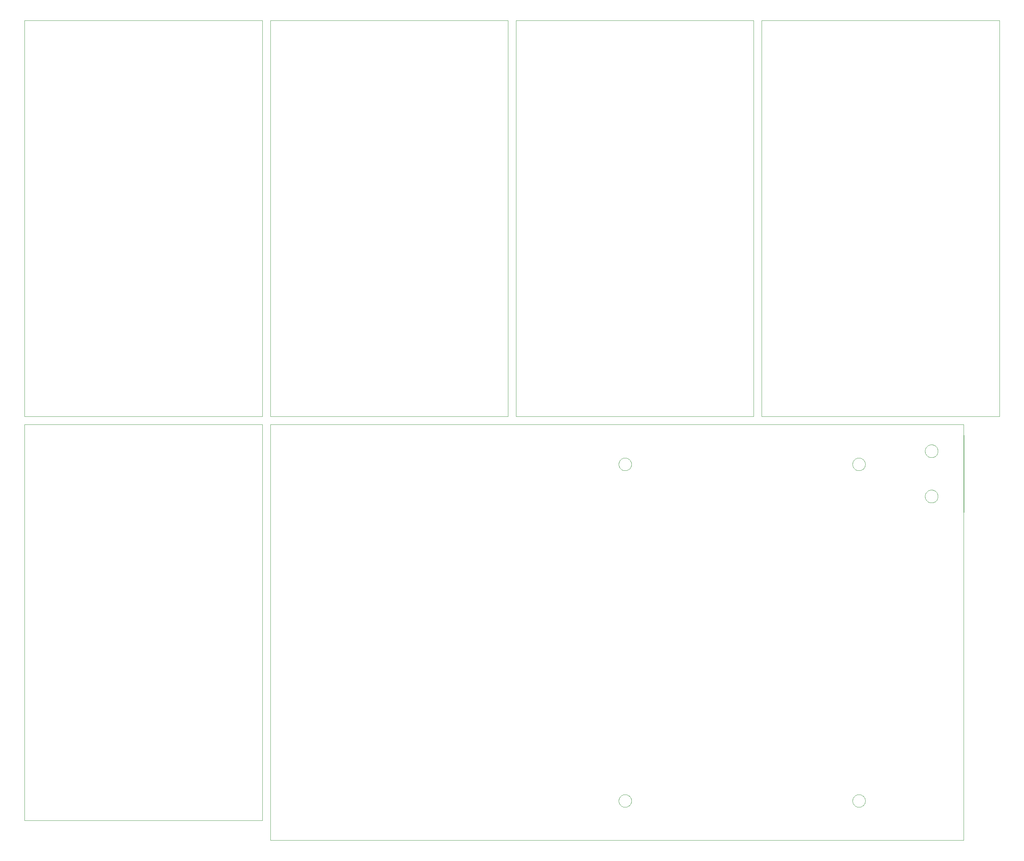
<source format=gko>
G75*
G70*
%OFA0B0*%
%FSLAX24Y24*%
%IPPOS*%
%LPD*%
%AMOC8*
5,1,8,0,0,1.08239X$1,22.5*
%
%ADD10C,0.0039*%
%ADD11C,0.0000*%
%ADD12C,0.0004*%
D10*
X003807Y005244D02*
X027429Y005244D01*
X027429Y044614D01*
X003807Y044614D01*
X003807Y005244D01*
X028217Y003275D02*
X097114Y003275D01*
X097114Y044614D01*
X028217Y044614D01*
X028217Y003275D01*
X028217Y045401D02*
X028217Y084771D01*
X051839Y084771D01*
X051839Y045401D01*
X028217Y045401D01*
X027429Y045401D02*
X027429Y084771D01*
X003807Y084771D01*
X003807Y045401D01*
X027429Y045401D01*
X052626Y045401D02*
X052626Y084771D01*
X076248Y084771D01*
X076248Y045401D01*
X052626Y045401D01*
X077036Y045401D02*
X077036Y084771D01*
X100658Y084771D01*
X100658Y045401D01*
X077036Y045401D01*
D11*
X086064Y040665D02*
X086066Y040715D01*
X086072Y040765D01*
X086082Y040814D01*
X086096Y040862D01*
X086113Y040909D01*
X086134Y040954D01*
X086159Y040998D01*
X086187Y041039D01*
X086219Y041078D01*
X086253Y041115D01*
X086290Y041149D01*
X086330Y041179D01*
X086372Y041206D01*
X086416Y041230D01*
X086462Y041251D01*
X086509Y041267D01*
X086557Y041280D01*
X086607Y041289D01*
X086656Y041294D01*
X086707Y041295D01*
X086757Y041292D01*
X086806Y041285D01*
X086855Y041274D01*
X086903Y041259D01*
X086949Y041241D01*
X086994Y041219D01*
X087037Y041193D01*
X087078Y041164D01*
X087117Y041132D01*
X087153Y041097D01*
X087185Y041059D01*
X087215Y041019D01*
X087242Y040976D01*
X087265Y040932D01*
X087284Y040886D01*
X087300Y040838D01*
X087312Y040789D01*
X087320Y040740D01*
X087324Y040690D01*
X087324Y040640D01*
X087320Y040590D01*
X087312Y040541D01*
X087300Y040492D01*
X087284Y040444D01*
X087265Y040398D01*
X087242Y040354D01*
X087215Y040311D01*
X087185Y040271D01*
X087153Y040233D01*
X087117Y040198D01*
X087078Y040166D01*
X087037Y040137D01*
X086994Y040111D01*
X086949Y040089D01*
X086903Y040071D01*
X086855Y040056D01*
X086806Y040045D01*
X086757Y040038D01*
X086707Y040035D01*
X086656Y040036D01*
X086607Y040041D01*
X086557Y040050D01*
X086509Y040063D01*
X086462Y040079D01*
X086416Y040100D01*
X086372Y040124D01*
X086330Y040151D01*
X086290Y040181D01*
X086253Y040215D01*
X086219Y040252D01*
X086187Y040291D01*
X086159Y040332D01*
X086134Y040376D01*
X086113Y040421D01*
X086096Y040468D01*
X086082Y040516D01*
X086072Y040565D01*
X086066Y040615D01*
X086064Y040665D01*
X093266Y041975D02*
X093268Y042025D01*
X093274Y042075D01*
X093284Y042124D01*
X093297Y042173D01*
X093315Y042220D01*
X093336Y042266D01*
X093360Y042309D01*
X093388Y042351D01*
X093419Y042391D01*
X093453Y042428D01*
X093490Y042462D01*
X093530Y042493D01*
X093572Y042521D01*
X093615Y042545D01*
X093661Y042566D01*
X093708Y042584D01*
X093757Y042597D01*
X093806Y042607D01*
X093856Y042613D01*
X093906Y042615D01*
X093956Y042613D01*
X094006Y042607D01*
X094055Y042597D01*
X094104Y042584D01*
X094151Y042566D01*
X094197Y042545D01*
X094240Y042521D01*
X094282Y042493D01*
X094322Y042462D01*
X094359Y042428D01*
X094393Y042391D01*
X094424Y042351D01*
X094452Y042309D01*
X094476Y042266D01*
X094497Y042220D01*
X094515Y042173D01*
X094528Y042124D01*
X094538Y042075D01*
X094544Y042025D01*
X094546Y041975D01*
X094544Y041925D01*
X094538Y041875D01*
X094528Y041826D01*
X094515Y041777D01*
X094497Y041730D01*
X094476Y041684D01*
X094452Y041641D01*
X094424Y041599D01*
X094393Y041559D01*
X094359Y041522D01*
X094322Y041488D01*
X094282Y041457D01*
X094240Y041429D01*
X094197Y041405D01*
X094151Y041384D01*
X094104Y041366D01*
X094055Y041353D01*
X094006Y041343D01*
X093956Y041337D01*
X093906Y041335D01*
X093856Y041337D01*
X093806Y041343D01*
X093757Y041353D01*
X093708Y041366D01*
X093661Y041384D01*
X093615Y041405D01*
X093572Y041429D01*
X093530Y041457D01*
X093490Y041488D01*
X093453Y041522D01*
X093419Y041559D01*
X093388Y041599D01*
X093360Y041641D01*
X093336Y041684D01*
X093315Y041730D01*
X093297Y041777D01*
X093284Y041826D01*
X093274Y041875D01*
X093268Y041925D01*
X093266Y041975D01*
X093266Y037475D02*
X093268Y037525D01*
X093274Y037575D01*
X093284Y037624D01*
X093297Y037673D01*
X093315Y037720D01*
X093336Y037766D01*
X093360Y037809D01*
X093388Y037851D01*
X093419Y037891D01*
X093453Y037928D01*
X093490Y037962D01*
X093530Y037993D01*
X093572Y038021D01*
X093615Y038045D01*
X093661Y038066D01*
X093708Y038084D01*
X093757Y038097D01*
X093806Y038107D01*
X093856Y038113D01*
X093906Y038115D01*
X093956Y038113D01*
X094006Y038107D01*
X094055Y038097D01*
X094104Y038084D01*
X094151Y038066D01*
X094197Y038045D01*
X094240Y038021D01*
X094282Y037993D01*
X094322Y037962D01*
X094359Y037928D01*
X094393Y037891D01*
X094424Y037851D01*
X094452Y037809D01*
X094476Y037766D01*
X094497Y037720D01*
X094515Y037673D01*
X094528Y037624D01*
X094538Y037575D01*
X094544Y037525D01*
X094546Y037475D01*
X094544Y037425D01*
X094538Y037375D01*
X094528Y037326D01*
X094515Y037277D01*
X094497Y037230D01*
X094476Y037184D01*
X094452Y037141D01*
X094424Y037099D01*
X094393Y037059D01*
X094359Y037022D01*
X094322Y036988D01*
X094282Y036957D01*
X094240Y036929D01*
X094197Y036905D01*
X094151Y036884D01*
X094104Y036866D01*
X094055Y036853D01*
X094006Y036843D01*
X093956Y036837D01*
X093906Y036835D01*
X093856Y036837D01*
X093806Y036843D01*
X093757Y036853D01*
X093708Y036866D01*
X093661Y036884D01*
X093615Y036905D01*
X093572Y036929D01*
X093530Y036957D01*
X093490Y036988D01*
X093453Y037022D01*
X093419Y037059D01*
X093388Y037099D01*
X093360Y037141D01*
X093336Y037184D01*
X093315Y037230D01*
X093297Y037277D01*
X093284Y037326D01*
X093274Y037375D01*
X093268Y037425D01*
X093266Y037475D01*
X062835Y040665D02*
X062837Y040715D01*
X062843Y040765D01*
X062853Y040814D01*
X062867Y040862D01*
X062884Y040909D01*
X062905Y040954D01*
X062930Y040998D01*
X062958Y041039D01*
X062990Y041078D01*
X063024Y041115D01*
X063061Y041149D01*
X063101Y041179D01*
X063143Y041206D01*
X063187Y041230D01*
X063233Y041251D01*
X063280Y041267D01*
X063328Y041280D01*
X063378Y041289D01*
X063427Y041294D01*
X063478Y041295D01*
X063528Y041292D01*
X063577Y041285D01*
X063626Y041274D01*
X063674Y041259D01*
X063720Y041241D01*
X063765Y041219D01*
X063808Y041193D01*
X063849Y041164D01*
X063888Y041132D01*
X063924Y041097D01*
X063956Y041059D01*
X063986Y041019D01*
X064013Y040976D01*
X064036Y040932D01*
X064055Y040886D01*
X064071Y040838D01*
X064083Y040789D01*
X064091Y040740D01*
X064095Y040690D01*
X064095Y040640D01*
X064091Y040590D01*
X064083Y040541D01*
X064071Y040492D01*
X064055Y040444D01*
X064036Y040398D01*
X064013Y040354D01*
X063986Y040311D01*
X063956Y040271D01*
X063924Y040233D01*
X063888Y040198D01*
X063849Y040166D01*
X063808Y040137D01*
X063765Y040111D01*
X063720Y040089D01*
X063674Y040071D01*
X063626Y040056D01*
X063577Y040045D01*
X063528Y040038D01*
X063478Y040035D01*
X063427Y040036D01*
X063378Y040041D01*
X063328Y040050D01*
X063280Y040063D01*
X063233Y040079D01*
X063187Y040100D01*
X063143Y040124D01*
X063101Y040151D01*
X063061Y040181D01*
X063024Y040215D01*
X062990Y040252D01*
X062958Y040291D01*
X062930Y040332D01*
X062905Y040376D01*
X062884Y040421D01*
X062867Y040468D01*
X062853Y040516D01*
X062843Y040565D01*
X062837Y040615D01*
X062835Y040665D01*
X062835Y007200D02*
X062837Y007250D01*
X062843Y007300D01*
X062853Y007349D01*
X062867Y007397D01*
X062884Y007444D01*
X062905Y007489D01*
X062930Y007533D01*
X062958Y007574D01*
X062990Y007613D01*
X063024Y007650D01*
X063061Y007684D01*
X063101Y007714D01*
X063143Y007741D01*
X063187Y007765D01*
X063233Y007786D01*
X063280Y007802D01*
X063328Y007815D01*
X063378Y007824D01*
X063427Y007829D01*
X063478Y007830D01*
X063528Y007827D01*
X063577Y007820D01*
X063626Y007809D01*
X063674Y007794D01*
X063720Y007776D01*
X063765Y007754D01*
X063808Y007728D01*
X063849Y007699D01*
X063888Y007667D01*
X063924Y007632D01*
X063956Y007594D01*
X063986Y007554D01*
X064013Y007511D01*
X064036Y007467D01*
X064055Y007421D01*
X064071Y007373D01*
X064083Y007324D01*
X064091Y007275D01*
X064095Y007225D01*
X064095Y007175D01*
X064091Y007125D01*
X064083Y007076D01*
X064071Y007027D01*
X064055Y006979D01*
X064036Y006933D01*
X064013Y006889D01*
X063986Y006846D01*
X063956Y006806D01*
X063924Y006768D01*
X063888Y006733D01*
X063849Y006701D01*
X063808Y006672D01*
X063765Y006646D01*
X063720Y006624D01*
X063674Y006606D01*
X063626Y006591D01*
X063577Y006580D01*
X063528Y006573D01*
X063478Y006570D01*
X063427Y006571D01*
X063378Y006576D01*
X063328Y006585D01*
X063280Y006598D01*
X063233Y006614D01*
X063187Y006635D01*
X063143Y006659D01*
X063101Y006686D01*
X063061Y006716D01*
X063024Y006750D01*
X062990Y006787D01*
X062958Y006826D01*
X062930Y006867D01*
X062905Y006911D01*
X062884Y006956D01*
X062867Y007003D01*
X062853Y007051D01*
X062843Y007100D01*
X062837Y007150D01*
X062835Y007200D01*
X086064Y007200D02*
X086066Y007250D01*
X086072Y007300D01*
X086082Y007349D01*
X086096Y007397D01*
X086113Y007444D01*
X086134Y007489D01*
X086159Y007533D01*
X086187Y007574D01*
X086219Y007613D01*
X086253Y007650D01*
X086290Y007684D01*
X086330Y007714D01*
X086372Y007741D01*
X086416Y007765D01*
X086462Y007786D01*
X086509Y007802D01*
X086557Y007815D01*
X086607Y007824D01*
X086656Y007829D01*
X086707Y007830D01*
X086757Y007827D01*
X086806Y007820D01*
X086855Y007809D01*
X086903Y007794D01*
X086949Y007776D01*
X086994Y007754D01*
X087037Y007728D01*
X087078Y007699D01*
X087117Y007667D01*
X087153Y007632D01*
X087185Y007594D01*
X087215Y007554D01*
X087242Y007511D01*
X087265Y007467D01*
X087284Y007421D01*
X087300Y007373D01*
X087312Y007324D01*
X087320Y007275D01*
X087324Y007225D01*
X087324Y007175D01*
X087320Y007125D01*
X087312Y007076D01*
X087300Y007027D01*
X087284Y006979D01*
X087265Y006933D01*
X087242Y006889D01*
X087215Y006846D01*
X087185Y006806D01*
X087153Y006768D01*
X087117Y006733D01*
X087078Y006701D01*
X087037Y006672D01*
X086994Y006646D01*
X086949Y006624D01*
X086903Y006606D01*
X086855Y006591D01*
X086806Y006580D01*
X086757Y006573D01*
X086707Y006570D01*
X086656Y006571D01*
X086607Y006576D01*
X086557Y006585D01*
X086509Y006598D01*
X086462Y006614D01*
X086416Y006635D01*
X086372Y006659D01*
X086330Y006686D01*
X086290Y006716D01*
X086253Y006750D01*
X086219Y006787D01*
X086187Y006826D01*
X086159Y006867D01*
X086134Y006911D01*
X086113Y006956D01*
X086096Y007003D01*
X086082Y007051D01*
X086072Y007100D01*
X086066Y007150D01*
X086064Y007200D01*
D12*
X097126Y035900D02*
X097126Y043550D01*
M02*

</source>
